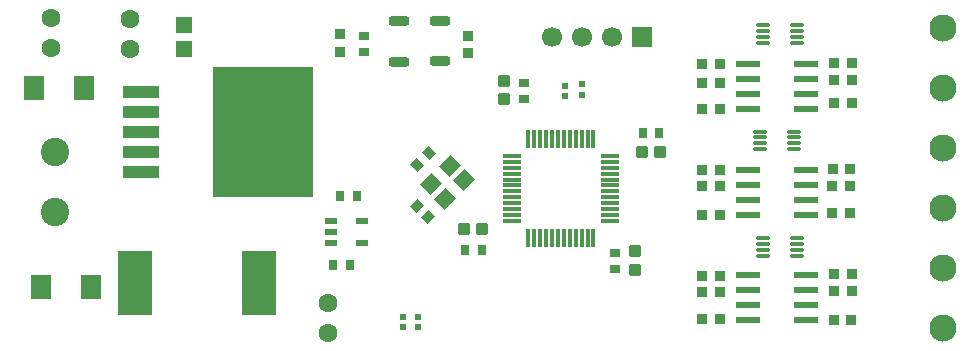
<source format=gbr>
%TF.GenerationSoftware,Altium Limited,Altium Designer,22.5.1 (42)*%
G04 Layer_Color=255*
%FSLAX45Y45*%
%MOMM*%
%TF.SameCoordinates,F63A7803-94E7-494B-9888-F8709FA5C5B4*%
%TF.FilePolarity,Positive*%
%TF.FileFunction,Pads,Top*%
%TF.Part,Single*%
G01*
G75*
%TA.AperFunction,SMDPad,CuDef*%
%ADD10R,0.54000X0.56566*%
G04:AMPARAMS|DCode=11|XSize=1.7mm|YSize=0.8mm|CornerRadius=0.2mm|HoleSize=0mm|Usage=FLASHONLY|Rotation=0.000|XOffset=0mm|YOffset=0mm|HoleType=Round|Shape=RoundedRectangle|*
%AMROUNDEDRECTD11*
21,1,1.70000,0.40000,0,0,0.0*
21,1,1.30000,0.80000,0,0,0.0*
1,1,0.40000,0.65000,-0.20000*
1,1,0.40000,-0.65000,-0.20000*
1,1,0.40000,-0.65000,0.20000*
1,1,0.40000,0.65000,0.20000*
%
%ADD11ROUNDEDRECTD11*%
G04:AMPARAMS|DCode=12|XSize=0.28mm|YSize=1.56mm|CornerRadius=0.07mm|HoleSize=0mm|Usage=FLASHONLY|Rotation=0.000|XOffset=0mm|YOffset=0mm|HoleType=Round|Shape=RoundedRectangle|*
%AMROUNDEDRECTD12*
21,1,0.28000,1.42000,0,0,0.0*
21,1,0.14000,1.56000,0,0,0.0*
1,1,0.14000,0.07000,-0.71000*
1,1,0.14000,-0.07000,-0.71000*
1,1,0.14000,-0.07000,0.71000*
1,1,0.14000,0.07000,0.71000*
%
%ADD12ROUNDEDRECTD12*%
G04:AMPARAMS|DCode=13|XSize=0.28mm|YSize=1.56mm|CornerRadius=0.07mm|HoleSize=0mm|Usage=FLASHONLY|Rotation=90.000|XOffset=0mm|YOffset=0mm|HoleType=Round|Shape=RoundedRectangle|*
%AMROUNDEDRECTD13*
21,1,0.28000,1.42000,0,0,90.0*
21,1,0.14000,1.56000,0,0,90.0*
1,1,0.14000,0.71000,0.07000*
1,1,0.14000,0.71000,-0.07000*
1,1,0.14000,-0.71000,-0.07000*
1,1,0.14000,-0.71000,0.07000*
%
%ADD13ROUNDEDRECTD13*%
%ADD14R,0.90000X0.80000*%
%ADD15R,0.86401X0.80648*%
G04:AMPARAMS|DCode=16|XSize=0.94mm|YSize=1.02mm|CornerRadius=0.094mm|HoleSize=0mm|Usage=FLASHONLY|Rotation=0.000|XOffset=0mm|YOffset=0mm|HoleType=Round|Shape=RoundedRectangle|*
%AMROUNDEDRECTD16*
21,1,0.94000,0.83200,0,0,0.0*
21,1,0.75200,1.02000,0,0,0.0*
1,1,0.18800,0.37600,-0.41600*
1,1,0.18800,-0.37600,-0.41600*
1,1,0.18800,-0.37600,0.41600*
1,1,0.18800,0.37600,0.41600*
%
%ADD16ROUNDEDRECTD16*%
%ADD17R,0.80000X0.90000*%
%ADD18R,1.80086X1.99898*%
%ADD19R,0.80648X0.86401*%
G04:AMPARAMS|DCode=20|XSize=1.97mm|YSize=0.59mm|CornerRadius=0.07375mm|HoleSize=0mm|Usage=FLASHONLY|Rotation=0.000|XOffset=0mm|YOffset=0mm|HoleType=Round|Shape=RoundedRectangle|*
%AMROUNDEDRECTD20*
21,1,1.97000,0.44250,0,0,0.0*
21,1,1.82250,0.59000,0,0,0.0*
1,1,0.14750,0.91125,-0.22125*
1,1,0.14750,-0.91125,-0.22125*
1,1,0.14750,-0.91125,0.22125*
1,1,0.14750,0.91125,0.22125*
%
%ADD20ROUNDEDRECTD20*%
G04:AMPARAMS|DCode=21|XSize=1.12mm|YSize=0.27mm|CornerRadius=0.03375mm|HoleSize=0mm|Usage=FLASHONLY|Rotation=180.000|XOffset=0mm|YOffset=0mm|HoleType=Round|Shape=RoundedRectangle|*
%AMROUNDEDRECTD21*
21,1,1.12000,0.20250,0,0,180.0*
21,1,1.05250,0.27000,0,0,180.0*
1,1,0.06750,-0.52625,0.10125*
1,1,0.06750,0.52625,0.10125*
1,1,0.06750,0.52625,-0.10125*
1,1,0.06750,-0.52625,-0.10125*
%
%ADD21ROUNDEDRECTD21*%
G04:AMPARAMS|DCode=22|XSize=0.94mm|YSize=1.02mm|CornerRadius=0.094mm|HoleSize=0mm|Usage=FLASHONLY|Rotation=270.000|XOffset=0mm|YOffset=0mm|HoleType=Round|Shape=RoundedRectangle|*
%AMROUNDEDRECTD22*
21,1,0.94000,0.83200,0,0,270.0*
21,1,0.75200,1.02000,0,0,270.0*
1,1,0.18800,-0.41600,-0.37600*
1,1,0.18800,-0.41600,0.37600*
1,1,0.18800,0.41600,0.37600*
1,1,0.18800,0.41600,-0.37600*
%
%ADD22ROUNDEDRECTD22*%
G04:AMPARAMS|DCode=23|XSize=1.4mm|YSize=1.2mm|CornerRadius=0mm|HoleSize=0mm|Usage=FLASHONLY|Rotation=225.000|XOffset=0mm|YOffset=0mm|HoleType=Round|Shape=Rectangle|*
%AMROTATEDRECTD23*
4,1,4,0.07071,0.91924,0.91924,0.07071,-0.07071,-0.91924,-0.91924,-0.07071,0.07071,0.91924,0.0*
%
%ADD23ROTATEDRECTD23*%

G04:AMPARAMS|DCode=24|XSize=0.8mm|YSize=0.9mm|CornerRadius=0mm|HoleSize=0mm|Usage=FLASHONLY|Rotation=315.000|XOffset=0mm|YOffset=0mm|HoleType=Round|Shape=Rectangle|*
%AMROTATEDRECTD24*
4,1,4,-0.60104,-0.03535,0.03535,0.60104,0.60104,0.03535,-0.03535,-0.60104,-0.60104,-0.03535,0.0*
%
%ADD24ROTATEDRECTD24*%

G04:AMPARAMS|DCode=25|XSize=0.8mm|YSize=0.9mm|CornerRadius=0mm|HoleSize=0mm|Usage=FLASHONLY|Rotation=45.000|XOffset=0mm|YOffset=0mm|HoleType=Round|Shape=Rectangle|*
%AMROTATEDRECTD25*
4,1,4,0.03535,-0.60104,-0.60104,0.03535,-0.03535,0.60104,0.60104,-0.03535,0.03535,-0.60104,0.0*
%
%ADD25ROTATEDRECTD25*%

%ADD26R,1.10000X0.60000*%
%ADD27R,2.89999X5.39999*%
%ADD28R,1.35001X1.41000*%
%ADD29R,8.49998X10.99998*%
%ADD30R,3.08282X1.01999*%
%TA.AperFunction,ComponentPad*%
%ADD33R,1.70000X1.70000*%
%ADD34C,1.70000*%
%ADD35C,2.40000*%
%ADD36C,1.60000*%
%ADD37C,2.30000*%
D10*
X4963401Y2290219D02*
D03*
Y2376782D02*
D03*
X4824201Y2280519D02*
D03*
Y2367082D02*
D03*
X3575601Y408064D02*
D03*
Y321501D02*
D03*
X3451501Y407364D02*
D03*
Y320801D02*
D03*
D11*
X3414301Y2910401D02*
D03*
Y2570401D02*
D03*
X3763601Y2572001D02*
D03*
Y2912001D02*
D03*
D12*
X4513001Y1914301D02*
D03*
X4563001D02*
D03*
X4613001D02*
D03*
X4663001D02*
D03*
X4713000D02*
D03*
X4763001D02*
D03*
X4813001D02*
D03*
X4863001D02*
D03*
X4913001D02*
D03*
X4963000D02*
D03*
X5013001D02*
D03*
X5063001D02*
D03*
Y1078301D02*
D03*
X5013001D02*
D03*
X4963000D02*
D03*
X4913001D02*
D03*
X4863001D02*
D03*
X4813001D02*
D03*
X4763001D02*
D03*
X4713000D02*
D03*
X4663001D02*
D03*
X4613001D02*
D03*
X4563001D02*
D03*
X4513001D02*
D03*
D13*
X5206001Y1771301D02*
D03*
Y1721301D02*
D03*
Y1671301D02*
D03*
Y1621301D02*
D03*
Y1571301D02*
D03*
Y1521301D02*
D03*
Y1471301D02*
D03*
Y1421301D02*
D03*
Y1371301D02*
D03*
Y1321301D02*
D03*
Y1271301D02*
D03*
Y1221301D02*
D03*
X4370001D02*
D03*
Y1271301D02*
D03*
Y1321301D02*
D03*
Y1371301D02*
D03*
Y1421301D02*
D03*
Y1471301D02*
D03*
Y1521301D02*
D03*
Y1571301D02*
D03*
Y1621301D02*
D03*
Y1671301D02*
D03*
Y1721301D02*
D03*
Y1771301D02*
D03*
D14*
X3119101Y2790090D02*
D03*
Y2650111D02*
D03*
X4473985Y2249922D02*
D03*
X4473985Y2389901D02*
D03*
X5245201Y810501D02*
D03*
Y950480D02*
D03*
D15*
X2918901Y2799925D02*
D03*
Y2649277D02*
D03*
X4003101Y2639204D02*
D03*
Y2789851D02*
D03*
D16*
X3965000Y1155801D02*
D03*
X4123001Y1155801D02*
D03*
X5630001Y1801101D02*
D03*
X5472000D02*
D03*
D17*
X3977700Y978001D02*
D03*
X4117680Y978001D02*
D03*
X5619990Y1966201D02*
D03*
X5480011D02*
D03*
X2857711Y846801D02*
D03*
X2997690D02*
D03*
X3057090Y1428101D02*
D03*
X2917110D02*
D03*
D18*
X326248Y2345301D02*
D03*
X751952D02*
D03*
X384148Y658101D02*
D03*
X809852D02*
D03*
D19*
X7248924Y2418101D02*
D03*
X7098277D02*
D03*
X7249524Y2555901D02*
D03*
X7098877D02*
D03*
X6133625Y1516001D02*
D03*
X5982977D02*
D03*
X6133625Y1648401D02*
D03*
X5982977D02*
D03*
X5983877Y2172301D02*
D03*
X6134524D02*
D03*
X6132125Y2390201D02*
D03*
X5981477D02*
D03*
X6130625Y2553101D02*
D03*
X5979977D02*
D03*
X7084977Y1518201D02*
D03*
X7235624D02*
D03*
X7238424Y1663001D02*
D03*
X7087777D02*
D03*
X7099401Y2220201D02*
D03*
X7250048D02*
D03*
X6131724Y392601D02*
D03*
X5981077D02*
D03*
X6133424Y621901D02*
D03*
X5982777D02*
D03*
X6133425Y754901D02*
D03*
X5982777D02*
D03*
X6132124Y1273201D02*
D03*
X5981477D02*
D03*
X7247224Y382901D02*
D03*
X7096577D02*
D03*
X7250225Y773901D02*
D03*
X7099577D02*
D03*
X7098277Y630301D02*
D03*
X7248925D02*
D03*
X7237324Y1286001D02*
D03*
X7086677D02*
D03*
D20*
X6864300Y1521701D02*
D03*
Y1394701D02*
D03*
X6369301Y1267701D02*
D03*
Y1394701D02*
D03*
Y1521701D02*
D03*
Y1648701D02*
D03*
X6864300D02*
D03*
Y1267701D02*
D03*
Y2423401D02*
D03*
Y2296401D02*
D03*
X6369301Y2169401D02*
D03*
Y2296401D02*
D03*
Y2423401D02*
D03*
Y2550401D02*
D03*
X6864300D02*
D03*
Y2169401D02*
D03*
Y632701D02*
D03*
Y505701D02*
D03*
X6369301Y378701D02*
D03*
Y505701D02*
D03*
Y632701D02*
D03*
Y759701D02*
D03*
X6864300D02*
D03*
Y378701D02*
D03*
D21*
X6476300Y1827701D02*
D03*
Y1927701D02*
D03*
Y1977701D02*
D03*
X6757301D02*
D03*
Y1927701D02*
D03*
Y1827701D02*
D03*
X6476300Y1877701D02*
D03*
X6757301D02*
D03*
X6782701Y2779401D02*
D03*
X6501700D02*
D03*
X6782701Y2729401D02*
D03*
Y2829401D02*
D03*
Y2879401D02*
D03*
X6501700D02*
D03*
Y2829401D02*
D03*
Y2729401D02*
D03*
X6502501Y925601D02*
D03*
Y1025601D02*
D03*
Y1075601D02*
D03*
X6783501D02*
D03*
Y1025601D02*
D03*
Y925601D02*
D03*
X6502501Y975601D02*
D03*
X6783501D02*
D03*
D22*
X4304901Y2408201D02*
D03*
Y2250201D02*
D03*
X5417300Y806701D02*
D03*
Y964701D02*
D03*
D23*
X3690008Y1530719D02*
D03*
X3965792Y1566083D02*
D03*
X3845577Y1686287D02*
D03*
X3810218Y1410509D02*
D03*
D24*
X3665491Y1251211D02*
D03*
X3566510Y1350191D02*
D03*
D25*
X3667291Y1793891D02*
D03*
X3568310Y1694911D02*
D03*
D26*
X3102910Y1221496D02*
D03*
X3102910Y1031505D02*
D03*
X2842890D02*
D03*
Y1126501D02*
D03*
Y1221497D02*
D03*
D27*
X2235301Y696201D02*
D03*
X1185290D02*
D03*
D28*
X1600301Y2678998D02*
D03*
Y2879003D02*
D03*
D29*
X2267101Y1971202D02*
D03*
D30*
X1235120Y1631202D02*
D03*
X1235119Y1801202D02*
D03*
X1235120Y1971202D02*
D03*
X1235119Y2141202D02*
D03*
X1235120Y2311201D02*
D03*
D33*
X5473801Y2779001D02*
D03*
D34*
X5219801D02*
D03*
X4965801D02*
D03*
X4711801D02*
D03*
D35*
X508101Y1293101D02*
D03*
Y1801101D02*
D03*
D36*
X2818401Y270201D02*
D03*
Y524201D02*
D03*
X1142240Y2926400D02*
D03*
X1142241Y2672400D02*
D03*
X469940Y2938401D02*
D03*
X469941Y2684400D02*
D03*
D37*
X8026501Y315201D02*
D03*
Y823201D02*
D03*
Y1331201D02*
D03*
Y1839201D02*
D03*
Y2347201D02*
D03*
Y2855201D02*
D03*
%TF.MD5,e0584b53d169a9c364721d809bac98ec*%
M02*

</source>
